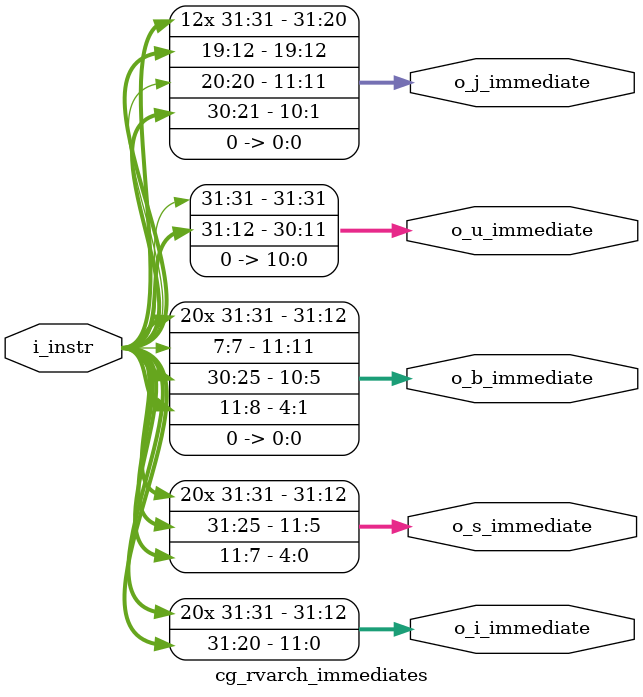
<source format=sv>
`default_nettype none
module cg_rvarch_immediates #(
  parameter INSTR_WIDTH = 32,
  parameter DATA_WIDTH  = 32
)(
  input  logic [INSTR_WIDTH-1:0]  i_instr,
  output logic [DATA_WIDTH-1:0]   o_i_immediate,
  output logic [DATA_WIDTH-1:0]   o_s_immediate,
  output logic [DATA_WIDTH-1:0]   o_b_immediate,
  output logic [DATA_WIDTH-1:0]   o_u_immediate,
  output logic [DATA_WIDTH-1:0]   o_j_immediate
);

  always_comb begin
    o_i_immediate = DATA_WIDTH'(signed'({i_instr[31], i_instr[30:25], i_instr[24:21], i_instr[20]}));
    o_s_immediate = DATA_WIDTH'(signed'({i_instr[31], i_instr[30:25], i_instr[11:8], i_instr[7]}));
    o_b_immediate = DATA_WIDTH'(signed'({i_instr[31], i_instr[7], i_instr[30:25], i_instr[11:8], 1'b0}));
    o_u_immediate = DATA_WIDTH'(signed'({i_instr[31], i_instr[30:20], i_instr[19:12], 11'b000_0000_0000}));
    o_j_immediate = DATA_WIDTH'(signed'({i_instr[31], i_instr[19:12], i_instr[20], i_instr[30:25], i_instr[24:21], 1'b0}));
  end

endmodule
`default_nettype wire

</source>
